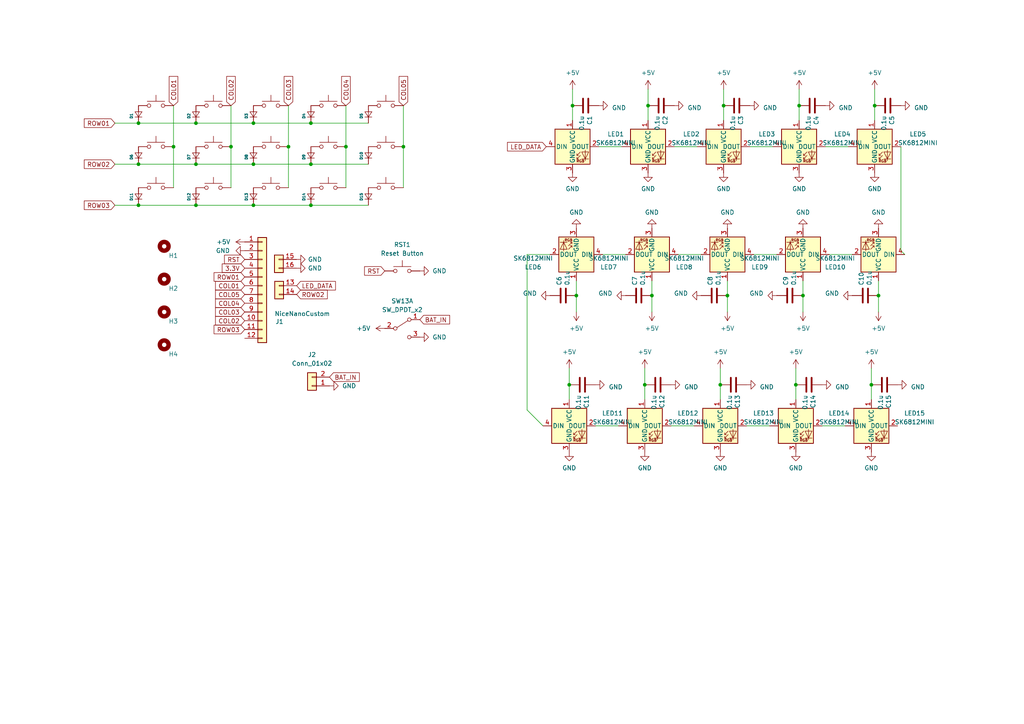
<source format=kicad_sch>
(kicad_sch (version 20230121) (generator eeschema)
  (paper "A4")
  (lib_symbols
    (symbol "Connector_Generic:Conn_01x02" (pin_names (offset 1.016) hide)
      (property "Reference" "J" (at 0 2.54 0))
      (property "Value" "Conn_01x02" (at 0 -5.08 0))
      (symbol "Conn_01x02_1_1"
        (rectangle (start -1.27 -2.413) (end 0 -2.667) (stroke (width 0.1524)))
        (rectangle (start -1.27 0.127) (end 0 -0.127) (stroke (width 0.1524)))
        (rectangle (start -1.27 1.27) (end 1.27 -3.81) (stroke (width 0.254)) (fill (type background)))
        (pin passive line (at -5.08 0 0) (length 3.81) (name "Pin_1") (number "1"))
        (pin passive line (at -5.08 -2.54 0) (length 3.81) (name "Pin_2") (number "2"))
      )
    )
    (symbol "Connector_Generic:Conn_01x12" (pin_names (offset 1.016) hide)
      (property "Reference" "J1" (at 3.81 -10.414 0))
      (property "Value" "NiceNanoCustom" (at 3.556 -8.128 0))
      (symbol "Conn_01x12_0_0"
        (text "" (at 22.5298 1.016 0) (effects (font (size 1.27 1.27))))
        (text "" (at 22.606 -6.604 0) (effects (font (size 1.27 1.27))))
      )
      (symbol "Conn_01x12_1_1"
        (rectangle (start -1.27 -15.113) (end 0 -15.367) (stroke (width 0.1524)))
        (rectangle (start -1.27 -12.573) (end 0 -12.827) (stroke (width 0.1524)))
        (rectangle (start -1.27 -10.033) (end 0 -10.287) (stroke (width 0.1524)))
        (rectangle (start -1.27 -7.493) (end 0 -7.747) (stroke (width 0.1524)))
        (rectangle (start -1.27 -4.953) (end 0 -5.207) (stroke (width 0.1524)))
        (rectangle (start -1.27 -2.413) (end 0 -2.667) (stroke (width 0.1524)))
        (rectangle (start -1.27 0.127) (end 0 -0.127) (stroke (width 0.1524)))
        (rectangle (start -1.27 2.667) (end 0 2.413) (stroke (width 0.1524)))
        (rectangle (start -1.27 5.207) (end 0 4.953) (stroke (width 0.1524)))
        (rectangle (start -1.27 7.747) (end 0 7.493) (stroke (width 0.1524)))
        (rectangle (start -1.27 10.287) (end 0 10.033) (stroke (width 0.1524)))
        (rectangle (start -1.27 12.827) (end 0 12.573) (stroke (width 0.1524)))
        (rectangle (start -1.27 13.97) (end 1.27 -16.51) (stroke (width 0.254)) (fill (type background)))
        (rectangle (start 3.556 8.89) (end 6.096 3.81) (stroke (width 0.254)) (fill (type background)))
        (rectangle (start 3.6322 1.27) (end 6.1722 -3.81) (stroke (width 0.254)) (fill (type background)))
        (rectangle (start 4.826 7.747) (end 6.096 7.493) (stroke (width 0.1524)))
        (rectangle (start 4.9022 0.127) (end 6.1722 -0.127) (stroke (width 0.1524)))
        (rectangle (start 6.096 4.953) (end 4.826 5.207) (stroke (width 0.1524)))
        (rectangle (start 6.1722 -2.667) (end 4.9022 -2.413) (stroke (width 0.1524)))
        (pin passive line (at -5.08 12.7 0) (length 3.81) (name "Pin_1") (number "1"))
        (pin passive line (at -5.08 -10.16 0) (length 3.81) (name "Pin_10") (number "10"))
        (pin passive line (at -5.08 -12.7 0) (length 3.81) (name "Pin_11") (number "11"))
        (pin passive line (at -5.08 -15.24 0) (length 3.81) (name "Pin_12") (number "12"))
        (pin passive line (at 9.9822 0 180) (length 3.81) (name "Pin_13") (number "13"))
        (pin passive line (at 9.9822 -2.54 180) (length 3.81) (name "Pin_14") (number "14"))
        (pin passive line (at 9.906 7.62 180) (length 3.81) (name "Pin_15") (number "15"))
        (pin passive line (at 9.906 5.08 180) (length 3.81) (name "Pin_16") (number "16"))
        (pin passive line (at -5.08 10.16 0) (length 3.81) (name "Pin_2") (number "2"))
        (pin passive line (at -5.08 7.62 0) (length 3.81) (name "Pin_3") (number "3"))
        (pin passive line (at -5.08 5.08 0) (length 3.81) (name "Pin_4") (number "4"))
        (pin passive line (at -5.08 2.54 0) (length 3.81) (name "Pin_5") (number "5"))
        (pin passive line (at -5.08 0 0) (length 3.81) (name "Pin_6") (number "6"))
        (pin passive line (at -5.08 -2.54 0) (length 3.81) (name "Pin_7") (number "7"))
        (pin passive line (at -5.08 -5.08 0) (length 3.81) (name "Pin_8") (number "8"))
        (pin passive line (at -5.08 -7.62 0) (length 3.81) (name "Pin_9") (number "9"))
      )
    )
    (symbol "Device:C" (pin_numbers hide) (pin_names (offset 0.254))
      (property "Reference" "C" (at 0.635 2.54 0))
      (property "Value" "C" (at 0.635 -2.54 0))
      (symbol "C_0_1"
        (polyline (pts (xy -2.032 -0.762) (xy 2.032 -0.762)) (stroke (width 0.508)))
        (polyline (pts (xy -2.032 0.762) (xy 2.032 0.762)) (stroke (width 0.508)))
      )
      (symbol "C_1_1"
        (pin passive line (at 0 3.81 270) (length 2.794) (name "~") (number "1"))
        (pin passive line (at 0 -3.81 90) (length 2.794) (name "~") (number "2"))
      )
    )
    (symbol "Mechanical:MountingHole" (pin_names (offset 1.016))
      (property "Reference" "H" (at 0 5.08 0))
      (property "Value" "MountingHole" (at 0 3.175 0))
      (symbol "MountingHole_0_1"
        (circle (center 0 0) (radius 1.27) (stroke (width 1.27)))
      )
    )
    (symbol "SK6812MINI_2" (pin_names (offset 0.254))
      (property "Reference" "D" (at 5.08 5.715 0))
      (property "Value" "SK6812MINI" (at 1.27 -5.715 0))
      (symbol "SK6812MINI_2_0_0"
        (text "RGB" (at 2.286 -4.191 0) (effects (font (size 0.762 0.762))))
      )
      (symbol "SK6812MINI_2_0_1"
        (polyline (pts (xy 1.27 -3.556) (xy 1.778 -3.556)))
        (polyline (pts (xy 1.27 -2.54) (xy 1.778 -2.54)))
        (polyline (pts (xy 4.699 -3.556) (xy 2.667 -3.556)))
        (polyline (pts (xy 2.286 -2.54) (xy 1.27 -3.556) (xy 1.27 -3.048)))
        (polyline (pts (xy 2.286 -1.524) (xy 1.27 -2.54) (xy 1.27 -2.032)))
        (polyline (pts (xy 3.683 -1.016) (xy 3.683 -3.556) (xy 3.683 -4.064)))
        (polyline (pts (xy 4.699 -1.524) (xy 2.667 -1.524) (xy 3.683 -3.556) (xy 4.699 -1.524)))
        (rectangle (start 5.08 5.08) (end -5.08 -5.08) (stroke (width 0.254)) (fill (type background)))
      )
      (symbol "SK6812MINI_2_1_1"
        (pin power_in line (at 0 7.62 270) (length 2.54) (name "VCC") (number "1"))
        (pin output line (at 7.62 0 180) (length 2.54) (name "DOUT") (number "2"))
        (pin power_out line (at 0 -7.62 90) (length 2.54) (name "GND") (number "3"))
        (pin input line (at -7.62 0 0) (length 2.54) (name "DIN") (number "4"))
      )
    )
    (symbol "Switch:SW_DPDT_x2" (pin_names (offset 0) hide)
      (property "Reference" "SW" (at 0 4.318 0))
      (property "Value" "SW_DPDT_x2" (at 0 -5.08 0))
      (symbol "SW_DPDT_x2_0_0"
        (circle (center -2.032 0) (radius 0.508))
        (circle (center 2.032 -2.54) (radius 0.508))
      )
      (symbol "SW_DPDT_x2_0_1"
        (polyline (pts (xy -1.524 0.254) (xy 1.651 2.286)))
        (circle (center 2.032 2.54) (radius 0.508))
      )
      (symbol "SW_DPDT_x2_1_1"
        (pin passive line (at 5.08 2.54 180) (length 2.54) (name "A") (number "1"))
        (pin passive line (at -5.08 0 0) (length 2.54) (name "B") (number "2"))
        (pin passive line (at 5.08 -2.54 180) (length 2.54) (name "C") (number "3"))
      )
      (symbol "SW_DPDT_x2_2_1"
        (pin passive line (at 5.08 2.54 180) (length 2.54) (name "A") (number "4"))
        (pin passive line (at -5.08 0 0) (length 2.54) (name "B") (number "5"))
        (pin passive line (at 5.08 -2.54 180) (length 2.54) (name "C") (number "6"))
      )
    )
    (symbol "Switch:SW_Push" (pin_numbers hide) (pin_names (offset 1.016) hide)
      (property "Reference" "SW" (at 1.27 2.54 0))
      (property "Value" "SW_Push" (at 0 -1.524 0))
      (symbol "SW_Push_0_1"
        (circle (center -2.032 0) (radius 0.508))
        (polyline (pts (xy 0 1.27) (xy 0 3.048)))
        (polyline (pts (xy 2.54 1.27) (xy -2.54 1.27)))
        (circle (center 2.032 0) (radius 0.508))
        (pin passive line (at -5.08 0 0) (length 2.54) (name "1") (number "1"))
        (pin passive line (at 5.08 0 180) (length 2.54) (name "2") (number "2"))
      )
    )
    (symbol "co60-rescue:D_Small" (pin_numbers hide) (pin_names (offset 0.254) hide)
      (property "Reference" "D" (at -1.27 2.032 0))
      (property "Value" "D_Small" (at -3.81 -2.032 0))
      (symbol "D_Small_0_1"
        (polyline (pts (xy -0.762 -1.016) (xy -0.762 1.016)))
        (polyline (pts (xy -0.762 0) (xy 0.762 0)))
        (polyline (pts (xy 0.762 -1.016) (xy -0.762 0) (xy 0.762 1.016) (xy 0.762 -1.016)))
      )
      (symbol "D_Small_1_1"
        (pin passive line (at -2.54 0 0) (length 1.778) (name "K") (number "1"))
        (pin passive line (at 2.54 0 180) (length 1.778) (name "A") (number "2"))
      )
    )
    (symbol "power:+5V" (power) (pin_names (offset 0))
      (property "Value" "+5V" (at 0 3.556 0))
      (symbol "+5V_0_1"
        (polyline (pts (xy -0.762 1.27) (xy 0 2.54)))
        (polyline (pts (xy 0 0) (xy 0 2.54)))
        (polyline (pts (xy 0 2.54) (xy 0.762 1.27)))
      )
      (symbol "+5V_1_1"
        (pin power_in line (at 0 0 90) (length 0) hide (name "+5V") (number "1"))
      )
    )
    (symbol "power:GND" (power) (pin_names (offset 0))
      (property "Value" "GND" (at 0 -3.81 0))
      (symbol "GND_0_1"
        (polyline (pts (xy 0 0) (xy 0 -1.27) (xy 1.27 -1.27) (xy 0 -2.54) (xy -1.27 -1.27) (xy 0 -1.27)))
      )
      (symbol "GND_1_1"
        (pin power_in line (at 0 0 270) (length 0) hide (name "GND") (number "1"))
      )
    )
  )
  (junction (at 40.1647 47.626))
  (junction (at 66.9938 42.546))
  (junction (at 253.6874 30.6395))
  (junction (at 90.172 59.5325))
  (junction (at 230.8266 111.6037))
  (junction (at 56.8338 47.626))
  (junction (at 167.1679 85.7268))
  (junction (at 187.011 111.6037))
  (junction (at 90.172 35.7195))
  (junction (at 40.1647 35.7195))
  (junction (at 166.0562 30.6395))
  (junction (at 40.1647 59.5325))
  (junction (at 165.1032 111.6037))
  (junction (at 208.9188 111.6037))
  (junction (at 90.172 47.626))
  (junction (at 252.7344 111.6037))
  (junction (at 231.7796 30.6395))
  (junction (at 56.8338 35.7195))
  (junction (at 73.5029 35.7195))
  (junction (at 232.8913 85.7268))
  (junction (at 83.6629 42.546))
  (junction (at 117.0011 42.546))
  (junction (at 187.964 30.6395))
  (junction (at 50.3247 42.546))
  (junction (at 56.8338 59.5325))
  (junction (at 209.8718 30.6395))
  (junction (at 210.9835 85.7268))
  (junction (at 254.7991 85.7268))
  (junction (at 73.5029 47.626))
  (junction (at 189.0757 85.7268))
  (junction (at 100.332 42.546))
  (junction (at 73.5029 59.5325))
  (wire (pts (xy 73.5029 47.626) (xy 90.172 47.626)))
  (wire (pts (xy 66.9938 30.6395) (xy 66.9938 42.546)))
  (wire (pts (xy 209.8718 25.8769) (xy 209.8718 30.6395)))
  (wire (pts (xy 209.8718 30.6395) (xy 209.8718 34.926)))
  (wire (pts (xy 66.9938 42.546) (xy 66.9938 54.4525)))
  (wire (pts (xy 187.011 106.8411) (xy 187.011 111.6037)))
  (wire (pts (xy 232.8913 90.4894) (xy 232.8913 85.7268)))
  (wire (pts (xy 100.332 30.6395) (xy 100.332 42.546)))
  (wire (pts (xy 189.0757 90.4894) (xy 189.0757 85.7268)))
  (wire (pts (xy 100.332 42.546) (xy 100.332 54.4525)))
  (wire (pts (xy 167.1679 90.4894) (xy 167.1679 85.7268)))
  (wire (pts (xy 225.2713 73.8203) (xy 218.6035 73.8203)))
  (wire (pts (xy 210.9835 90.4894) (xy 210.9835 85.7268)))
  (wire (pts (xy 252.7344 106.8411) (xy 252.7344 111.6037)))
  (wire (pts (xy 232.8913 85.7268) (xy 232.8913 81.4403)))
  (wire (pts (xy 56.8338 35.7195) (xy 73.5029 35.7195)))
  (wire (pts (xy 152.8801 118.9071) (xy 157.4832 123.5102)))
  (wire (pts (xy 238.4466 123.5102) (xy 245.1144 123.5102)))
  (wire (pts (xy 239.3996 42.546) (xy 246.0674 42.546)))
  (wire (pts (xy 216.5388 123.5102) (xy 223.2066 123.5102)))
  (wire (pts (xy 230.8266 106.8411) (xy 230.8266 111.6037)))
  (wire (pts (xy 173.6762 42.546) (xy 180.344 42.546)))
  (wire (pts (xy 253.6874 25.8769) (xy 253.6874 30.6395)))
  (wire (pts (xy 208.9188 111.6037) (xy 208.9188 115.8902)))
  (wire (pts (xy 73.5029 59.5325) (xy 90.172 59.5325)))
  (wire (pts (xy 187.011 111.6037) (xy 187.011 115.8902)))
  (wire (pts (xy 50.3247 42.546) (xy 50.3247 54.4525)))
  (wire (pts (xy 231.7796 30.6395) (xy 231.7796 34.926)))
  (wire (pts (xy 152.8801 73.8203) (xy 152.8801 118.9071)))
  (wire (pts (xy 252.7344 111.6037) (xy 252.7344 115.8902)))
  (wire (pts (xy 159.5479 73.8203) (xy 152.8801 73.8203)))
  (wire (pts (xy 261.3074 72.7086) (xy 262.4191 73.8203)))
  (wire (pts (xy 50.3247 30.6395) (xy 50.3247 42.546)))
  (wire (pts (xy 90.172 35.7195) (xy 106.8411 35.7195)))
  (wire (pts (xy 253.6874 30.6395) (xy 253.6874 34.926)))
  (wire (pts (xy 40.1647 35.7195) (xy 56.8338 35.7195)))
  (wire (pts (xy 165.1032 106.8411) (xy 165.1032 111.6037)))
  (wire (pts (xy 117.0011 42.546) (xy 117.0011 54.4525)))
  (wire (pts (xy 40.1647 47.626) (xy 56.8338 47.626)))
  (wire (pts (xy 166.0562 25.8769) (xy 166.0562 30.6395)))
  (wire (pts (xy 195.584 42.546) (xy 202.2518 42.546)))
  (wire (pts (xy 181.4557 73.8203) (xy 174.7879 73.8203)))
  (wire (pts (xy 189.0757 85.7268) (xy 189.0757 81.4403)))
  (wire (pts (xy 117.0011 30.6395) (xy 117.0011 42.546)))
  (wire (pts (xy 90.172 59.5325) (xy 106.8411 59.5325)))
  (wire (pts (xy 40.1647 59.5325) (xy 56.8338 59.5325)))
  (wire (pts (xy 165.1032 111.6037) (xy 165.1032 115.8902)))
  (wire (pts (xy 33.3382 47.626) (xy 40.1647 47.626)))
  (wire (pts (xy 208.9188 106.8411) (xy 208.9188 111.6037)))
  (wire (pts (xy 33.3382 35.7195) (xy 40.1647 35.7195)))
  (wire (pts (xy 230.8266 111.6037) (xy 230.8266 115.8902)))
  (wire (pts (xy 83.6629 30.6395) (xy 83.6629 42.546)))
  (wire (pts (xy 231.7796 25.8769) (xy 231.7796 30.6395)))
  (wire (pts (xy 217.4918 42.546) (xy 224.1596 42.546)))
  (wire (pts (xy 56.8338 59.5325) (xy 73.5029 59.5325)))
  (wire (pts (xy 254.7991 90.4894) (xy 254.7991 85.7268)))
  (wire (pts (xy 33.3382 59.5325) (xy 40.1647 59.5325)))
  (wire (pts (xy 56.8338 47.626) (xy 73.5029 47.626)))
  (wire (pts (xy 210.9835 85.7268) (xy 210.9835 81.4403)))
  (wire (pts (xy 90.172 47.626) (xy 106.8411 47.626)))
  (wire (pts (xy 167.1679 85.7268) (xy 167.1679 81.4403)))
  (wire (pts (xy 187.964 25.8769) (xy 187.964 30.6395)))
  (wire (pts (xy 194.631 123.5102) (xy 201.2988 123.5102)))
  (wire (pts (xy 254.7991 85.7268) (xy 254.7991 81.4403)))
  (wire (pts (xy 247.1791 73.8203) (xy 240.5113 73.8203)))
  (wire (pts (xy 203.3635 73.8203) (xy 196.6957 73.8203)))
  (wire (pts (xy 166.0562 30.6395) (xy 166.0562 34.926)))
  (wire (pts (xy 73.5029 35.7195) (xy 90.172 35.7195)))
  (wire (pts (xy 261.3074 42.546) (xy 261.3074 72.7086)))
  (wire (pts (xy 187.964 30.6395) (xy 187.964 34.926)))
  (wire (pts (xy 172.7232 123.5102) (xy 179.391 123.5102)))
  (wire (pts (xy 83.6629 42.546) (xy 83.6629 54.4525)))
  (global_label "COL01" (shape input) (at 70.982 82.8694 180) (property "Intersheetrefs" "${INTERSHEET_REFS}" (effects hide)))
  (global_label "RST" (shape input) (at 70.982 75.2494 180) (property "Intersheetrefs" "${INTERSHEET_REFS}" (effects hide)))
  (global_label "LED_DATA" (shape input) (at 158.4362 42.546 180) (property "Intersheetrefs" "${INTERSHEET_REFS}" (effects hide)))
  (global_label "COL04" (shape input) (at 100.332 30.6395 90) (property "Intersheetrefs" "${INTERSHEET_REFS}" (effects hide)))
  (global_label "ROW01" (shape input) (at 33.3382 35.7195 180) (property "Intersheetrefs" "${INTERSHEET_REFS}" (effects hide)))
  (global_label "COL05" (shape input) (at 70.982 85.4094 180) (property "Intersheetrefs" "${INTERSHEET_REFS}" (effects hide)))
  (global_label "COL02" (shape input) (at 66.9938 30.6395 90) (property "Intersheetrefs" "${INTERSHEET_REFS}" (effects hide)))
  (global_label "ROW02" (shape input) (at 86.0442 85.4094 0) (property "Intersheetrefs" "${INTERSHEET_REFS}" (effects hide)))
  (global_label "ROW01" (shape input) (at 70.982 80.3294 180) (property "Intersheetrefs" "${INTERSHEET_REFS}" (effects hide)))
  (global_label "LED_DATA" (shape input) (at 86.0442 82.8694 0) (property "Intersheetrefs" "${INTERSHEET_REFS}" (effects hide)))
  (global_label "ROW03" (shape input) (at 33.3382 59.5325 180) (property "Intersheetrefs" "${INTERSHEET_REFS}" (effects hide)))
  (global_label "COL04" (shape input) (at 70.982 87.9494 180) (property "Intersheetrefs" "${INTERSHEET_REFS}" (effects hide)))
  (global_label "ROW03" (shape input) (at 70.982 95.5694 180) (property "Intersheetrefs" "${INTERSHEET_REFS}" (effects hide)))
  (global_label "3.3V" (shape input) (at 70.982 77.7894 180) (property "Intersheetrefs" "${INTERSHEET_REFS}" (effects hide)))
  (global_label "ROW02" (shape input) (at 33.3382 47.626 180) (property "Intersheetrefs" "${INTERSHEET_REFS}" (effects hide)))
  (global_label "COL05" (shape input) (at 117.0011 30.6395 90) (property "Intersheetrefs" "${INTERSHEET_REFS}" (effects hide)))
  (global_label "RST" (shape input) (at 111.6037 78.5829 180) (property "Intersheetrefs" "${INTERSHEET_REFS}" (effects hide)))
  (global_label "COL02" (shape input) (at 70.982 93.0294 180) (property "Intersheetrefs" "${INTERSHEET_REFS}" (effects hide)))
  (global_label "COL03" (shape input) (at 83.6629 30.6395 90) (property "Intersheetrefs" "${INTERSHEET_REFS}" (effects hide)))
  (global_label "COL01" (shape input) (at 50.3247 30.6395 90) (property "Intersheetrefs" "${INTERSHEET_REFS}" (effects hide)))
  (global_label "BAT_IN" (shape input) (at 95.5694 109.3811 0) (property "Intersheetrefs" "${INTERSHEET_REFS}" (effects hide)))
  (global_label "COL03" (shape input) (at 70.982 90.4894 180) (property "Intersheetrefs" "${INTERSHEET_REFS}" (effects hide)))
  (global_label "BAT_IN" (shape input) (at 121.7637 92.712 0) (property "Intersheetrefs" "${INTERSHEET_REFS}" (effects hide)))
  (symbol (lib_id "power:+5V") (at 253.6874 25.8769 0) (unit 1)
    (property "Reference" "#PWR044" (effects hide))
    (property "Value" "+5V" (at 253.6874 21.1135 0))
  )
  (symbol (lib_name "SK6812MINI_2") (lib_id "LED:SK6812MINI") (at 187.964 42.546 0) (unit 1)
    (property "Reference" "LED2" (at 200.4989 38.8981 0))
    (property "Value" "SK6812MINI" (at 200.4989 41.4381 0))
    (property "Footprint" "Briquet:Led" (effects hide))
    (property "Datasheet" "https://cdn-shop.adafruit.com/product-files/2686/SK6812MINI_REV.01-1-2.pdf" (effects hide))
  )
  (symbol (lib_id "Device:C") (at 234.6366 111.6037 270) (unit 1)
    (property "Reference" "C14" (at 235.805 114.5247 0) (effects (justify left)))
    (property "Value" "0.1u" (at 233.4936 114.5247 0) (effects (justify left)))
    (property "Footprint" "Capacitor_SMD:C_0402_1005Metric" (effects hide))
  )
  (symbol (lib_name "SK6812MINI_2") (lib_id "LED:SK6812MINI") (at 166.0562 42.546 0) (unit 1)
    (property "Reference" "LED1" (at 178.5911 38.8981 0))
    (property "Value" "SK6812MINI" (at 178.5911 41.4381 0))
    (property "Footprint" "Briquet:Led" (effects hide))
    (property "Datasheet" "https://cdn-shop.adafruit.com/product-files/2686/SK6812MINI_REV.01-1-2.pdf" (effects hide))
  )
  (symbol (lib_id "power:+5V") (at 252.7344 106.8411 0) (unit 1)
    (property "Reference" "#PWR042" (effects hide))
    (property "Value" "+5V" (at 252.7344 102.0777 0))
  )
  (symbol (lib_id "Switch:SW_Push") (at 111.9211 54.4525 0) (unit 1)
    (property "Reference" "CHOC15" (effects hide))
    (property "Value" "CHOC" (effects hide))
    (property "Footprint" "Briquet:ChocHotSwap" (effects hide))
  )
  (symbol (lib_id "power:GND") (at 252.7344 131.1302 0) (unit 1)
    (property "Reference" "#PWR043" (effects hide))
    (property "Value" "GND" (at 252.7344 135.7325 0))
  )
  (symbol (lib_id "co60-rescue:D_Small") (at 73.5029 33.1795 90) (unit 1)
    (property "Reference" "D3" (at 71.4709 34.4495 0) (effects (font (size 0.762 0.762)) (justify left)))
    (property "Value" "D_Small" (effects hide))
    (property "Footprint" "Diode_SMD:D_SOD-123" (effects hide))
    (property "Datasheet" "http://www.mccsemi.com/up_pdf/1N4148W(SOD123).pdf" (effects hide))
    (property "Product" "1N4148W-TP" (effects hide))
    (property "Digi-Key_PN" "1N4148WTPMSCT-ND" (effects hide))
    (property "LCSC PN" "C83528" (effects hide))
  )
  (symbol (lib_id "Switch:SW_Push") (at 61.9138 30.6395 0) (unit 1)
    (property "Reference" "CHOC2" (effects hide))
    (property "Value" "CHOC" (effects hide))
    (property "Footprint" "Briquet:ChocHotSwap" (effects hide))
  )
  (symbol (lib_id "power:GND") (at 225.2713 85.7268 270) (unit 1)
    (property "Reference" "#PWR019" (effects hide))
    (property "Value" "GND" (at 221.4613 85.0918 90) (effects (justify right)))
  )
  (symbol (lib_name "SK6812MINI_2") (lib_id "LED:SK6812MINI") (at 232.8913 73.8203 180) (unit 1)
    (property "Reference" "LED9" (at 220.3564 77.4682 0))
    (property "Value" "SK6812MINI" (at 220.3564 74.9282 0))
    (property "Footprint" "Briquet:Led" (effects hide))
    (property "Datasheet" "https://cdn-shop.adafruit.com/product-files/2686/SK6812MINI_REV.01-1-2.pdf" (effects hide))
  )
  (symbol (lib_id "power:+5V") (at 166.0562 25.8769 0) (unit 1)
    (property "Reference" "#PWR08" (effects hide))
    (property "Value" "+5V" (at 166.0562 21.1135 0))
  )
  (symbol (lib_id "power:GND") (at 121.7637 97.792 90) (unit 1)
    (property "Reference" "#PWR01" (effects hide))
    (property "Value" "GND" (at 125.4122 97.792 90) (effects (justify right)))
  )
  (symbol (lib_name "SK6812MINI_2") (lib_id "LED:SK6812MINI") (at 167.1679 73.8203 180) (unit 1)
    (property "Reference" "LED6" (at 154.633 77.4682 0))
    (property "Value" "SK6812MINI" (at 154.633 74.9282 0))
    (property "Footprint" "Briquet:Led" (effects hide))
    (property "Datasheet" "https://cdn-shop.adafruit.com/product-files/2686/SK6812MINI_REV.01-1-2.pdf" (effects hide))
  )
  (symbol (lib_id "power:+5V") (at 254.7991 90.4894 180) (unit 1)
    (property "Reference" "#PWR04" (effects hide))
    (property "Value" "+5V" (at 254.7991 95.2528 0))
  )
  (symbol (lib_id "power:+5V") (at 209.8718 25.8769 0) (unit 1)
    (property "Reference" "#PWR026" (effects hide))
    (property "Value" "+5V" (at 209.8718 21.1135 0))
  )
  (symbol (lib_id "power:GND") (at 209.8718 50.166 0) (unit 1)
    (property "Reference" "#PWR027" (effects hide))
    (property "Value" "GND" (at 209.8718 54.7683 0))
  )
  (symbol (lib_id "co60-rescue:D_Small") (at 90.172 33.1795 90) (unit 1)
    (property "Reference" "D4" (at 88.14 34.4495 0) (effects (font (size 0.762 0.762)) (justify left)))
    (property "Value" "D_Small" (effects hide))
    (property "Footprint" "Diode_SMD:D_SOD-123" (effects hide))
    (property "Datasheet" "http://www.mccsemi.com/up_pdf/1N4148W(SOD123).pdf" (effects hide))
    (property "Product" "1N4148W-TP" (effects hide))
    (property "Digi-Key_PN" "1N4148WTPMSCT-ND" (effects hide))
    (property "LCSC PN" "C83528" (effects hide))
  )
  (symbol (lib_id "power:GND") (at 181.4557 85.7268 270) (unit 1)
    (property "Reference" "#PWR037" (effects hide))
    (property "Value" "GND" (at 177.6457 85.0918 90) (effects (justify right)))
  )
  (symbol (lib_id "power:GND") (at 230.8266 131.1302 0) (unit 1)
    (property "Reference" "#PWR034" (effects hide))
    (property "Value" "GND" (at 230.8266 135.7325 0))
  )
  (symbol (lib_name "SK6812MINI_2") (lib_id "LED:SK6812MINI") (at 231.7796 42.546 0) (unit 1)
    (property "Reference" "LED4" (at 244.3145 38.8981 0))
    (property "Value" "SK6812MINI" (at 244.3145 41.4381 0))
    (property "Footprint" "Briquet:Led" (effects hide))
    (property "Datasheet" "https://cdn-shop.adafruit.com/product-files/2686/SK6812MINI_REV.01-1-2.pdf" (effects hide))
  )
  (symbol (lib_id "Switch:SW_Push") (at 45.2447 42.546 0) (unit 1)
    (property "Reference" "CHOC6" (effects hide))
    (property "Value" "CHOC" (effects hide))
    (property "Footprint" "Briquet:ChocHotSwap" (effects hide))
  )
  (symbol (lib_name "SK6812MINI_2") (lib_id "LED:SK6812MINI") (at 165.1032 123.5102 0) (unit 1)
    (property "Reference" "LED11" (at 177.6381 119.8623 0))
    (property "Value" "SK6812MINI" (at 177.6381 122.4023 0))
    (property "Footprint" "Briquet:Led" (effects hide))
    (property "Datasheet" "https://cdn-shop.adafruit.com/product-files/2686/SK6812MINI_REV.01-1-2.pdf" (effects hide))
  )
  (symbol (lib_id "power:+5V") (at 232.8913 90.4894 180) (unit 1)
    (property "Reference" "#PWR013" (effects hide))
    (property "Value" "+5V" (at 232.8913 95.2528 0))
  )
  (symbol (lib_id "power:GND") (at 173.6762 30.6395 90) (unit 1)
    (property "Reference" "#PWR012" (effects hide))
    (property "Value" "GND" (at 177.4862 31.2745 90) (effects (justify right)))
  )
  (symbol (lib_id "power:+5V") (at 230.8266 106.8411 0) (unit 1)
    (property "Reference" "#PWR033" (effects hide))
    (property "Value" "+5V" (at 230.8266 102.0777 0))
  )
  (symbol (lib_name "SK6812MINI_2") (lib_id "LED:SK6812MINI") (at 253.6874 42.546 0) (unit 1)
    (property "Reference" "LED5" (at 266.2223 38.8981 0))
    (property "Value" "SK6812MINI" (at 266.2223 41.4381 0))
    (property "Footprint" "Briquet:Led" (effects hide))
    (property "Datasheet" "https://cdn-shop.adafruit.com/product-files/2686/SK6812MINI_REV.01-1-2.pdf" (effects hide))
  )
  (symbol (lib_name "SK6812MINI_2") (lib_id "LED:SK6812MINI") (at 230.8266 123.5102 0) (unit 1)
    (property "Reference" "LED14" (at 243.3615 119.8623 0))
    (property "Value" "SK6812MINI" (at 243.3615 122.4023 0))
    (property "Footprint" "Briquet:Led" (effects hide))
    (property "Datasheet" "https://cdn-shop.adafruit.com/product-files/2686/SK6812MINI_REV.01-1-2.pdf" (effects hide))
  )
  (symbol (lib_id "co60-rescue:D_Small") (at 106.8411 33.1795 90) (unit 1)
    (property "Reference" "D5" (at 104.8091 34.4495 0) (effects (font (size 0.762 0.762)) (justify left)))
    (property "Value" "D_Small" (effects hide))
    (property "Footprint" "Diode_SMD:D_SOD-123" (effects hide))
    (property "Datasheet" "http://www.mccsemi.com/up_pdf/1N4148W(SOD123).pdf" (effects hide))
    (property "Product" "1N4148W-TP" (effects hide))
    (property "Digi-Key_PN" "1N4148WTPMSCT-ND" (effects hide))
    (property "LCSC PN" "C83528" (effects hide))
  )
  (symbol (lib_id "power:GND") (at 239.3996 30.6395 90) (unit 1)
    (property "Reference" "#PWR039" (effects hide))
    (property "Value" "GND" (at 243.2096 31.2745 90) (effects (justify right)))
  )
  (symbol (lib_id "Switch:SW_Push") (at 116.6837 78.5829 0) (unit 1)
    (property "Reference" "RST1" (at 116.6837 70.9609 0))
    (property "Value" "Reset Button" (at 116.6837 73.5009 0))
    (property "Footprint" "Button_Switch_SMD:SW_Push_SPST_NO_Alps_SKRK" (effects hide))
  )
  (symbol (lib_id "Switch:SW_Push") (at 95.252 42.546 0) (unit 1)
    (property "Reference" "CHOC9" (effects hide))
    (property "Value" "CHOC" (effects hide))
    (property "Footprint" "Briquet:ChocHotSwap" (effects hide))
  )
  (symbol (lib_id "power:+5V") (at 70.982 70.1694 90) (unit 1)
    (property "Reference" "#PWR049" (effects hide))
    (property "Value" "+5V" (at 66.853 70.1694 90) (effects (justify left)))
  )
  (symbol (lib_id "power:GND") (at 261.3074 30.6395 90) (unit 1)
    (property "Reference" "#PWR048" (effects hide))
    (property "Value" "GND" (at 265.1174 31.2745 90) (effects (justify right)))
  )
  (symbol (lib_id "Connector_Generic:Conn_01x02") (at 90.4894 111.9211 180) (unit 1)
    (property "Reference" "J2" (at 90.4894 102.87 0))
    (property "Value" "Conn_01x02" (at 90.4894 105.41 0))
    (property "Footprint" "Briquet:BatConnection" (effects hide))
  )
  (symbol (lib_id "Switch:SW_Push") (at 45.2447 54.4525 0) (unit 1)
    (property "Reference" "CHOC11" (effects hide))
    (property "Value" "CHOC" (effects hide))
    (property "Footprint" "Briquet:ChocHotSwap" (effects hide))
  )
  (symbol (lib_id "Switch:SW_Push") (at 78.5829 42.546 0) (unit 1)
    (property "Reference" "CHOC8" (effects hide))
    (property "Value" "CHOC" (effects hide))
    (property "Footprint" "Briquet:ChocHotSwap" (effects hide))
  )
  (symbol (lib_name "SK6812MINI_2") (lib_id "LED:SK6812MINI") (at 189.0757 73.8203 180) (unit 1)
    (property "Reference" "LED7" (at 176.5408 77.4682 0))
    (property "Value" "SK6812MINI" (at 176.5408 74.9282 0))
    (property "Footprint" "Briquet:Led" (effects hide))
    (property "Datasheet" "https://cdn-shop.adafruit.com/product-files/2686/SK6812MINI_REV.01-1-2.pdf" (effects hide))
  )
  (symbol (lib_id "Device:C") (at 256.5444 111.6037 270) (unit 1)
    (property "Reference" "C15" (at 257.7128 114.5247 0) (effects (justify left)))
    (property "Value" "0.1u" (at 255.4014 114.5247 0) (effects (justify left)))
    (property "Footprint" "Capacitor_SMD:C_0402_1005Metric" (effects hide))
  )
  (symbol (lib_id "Connector_Generic:Conn_01x12") (at 76.062 82.8694 0) (unit 1)
    (property "Reference" "J1" (at 79.872 93.2834 0) (effects (justify left)))
    (property "Value" "NiceNanoCustom" (at 79.618 90.9974 0) (effects (justify left)))
    (property "Footprint" "Briquet:NiceNanoCustom" (effects hide))
  )
  (symbol (lib_id "power:GND") (at 238.4466 111.6037 90) (unit 1)
    (property "Reference" "#PWR038" (effects hide))
    (property "Value" "GND" (at 242.2566 112.2387 90) (effects (justify right)))
  )
  (symbol (lib_id "Device:C") (at 250.9891 85.7268 90) (unit 1)
    (property "Reference" "C10" (at 249.8207 82.8058 0) (effects (justify left)))
    (property "Value" "0.1u" (at 252.1321 82.8058 0) (effects (justify left)))
    (property "Footprint" "Capacitor_SMD:C_0402_1005Metric" (effects hide))
  )
  (symbol (lib_id "Device:C") (at 229.0813 85.7268 90) (unit 1)
    (property "Reference" "C9" (at 227.9129 82.8058 0) (effects (justify left)))
    (property "Value" "0.1u" (at 230.2243 82.8058 0) (effects (justify left)))
    (property "Footprint" "Capacitor_SMD:C_0402_1005Metric" (effects hide))
  )
  (symbol (lib_id "power:+5V") (at 189.0757 90.4894 180) (unit 1)
    (property "Reference" "#PWR031" (effects hide))
    (property "Value" "+5V" (at 189.0757 95.2528 0))
  )
  (symbol (lib_id "power:GND") (at 167.1679 66.2003 180) (unit 1)
    (property "Reference" "#PWR041" (effects hide))
    (property "Value" "GND" (at 167.1679 61.598 0))
  )
  (symbol (lib_id "power:GND") (at 189.0757 66.2003 180) (unit 1)
    (property "Reference" "#PWR032" (effects hide))
    (property "Value" "GND" (at 189.0757 61.598 0))
  )
  (symbol (lib_id "co60-rescue:D_Small") (at 73.5029 56.9925 90) (unit 1)
    (property "Reference" "D13" (at 71.4709 58.2625 0) (effects (font (size 0.762 0.762)) (justify left)))
    (property "Value" "D_Small" (effects hide))
    (property "Footprint" "Diode_SMD:D_SOD-123" (effects hide))
    (property "Datasheet" "http://www.mccsemi.com/up_pdf/1N4148W(SOD123).pdf" (effects hide))
    (property "Product" "1N4148W-TP" (effects hide))
    (property "Digi-Key_PN" "1N4148WTPMSCT-ND" (effects hide))
    (property "LCSC PN" "C83528" (effects hide))
  )
  (symbol (lib_id "power:GND") (at 210.9835 66.2003 180) (unit 1)
    (property "Reference" "#PWR023" (effects hide))
    (property "Value" "GND" (at 210.9835 61.598 0))
  )
  (symbol (lib_name "SK6812MINI_2") (lib_id "LED:SK6812MINI") (at 210.9835 73.8203 180) (unit 1)
    (property "Reference" "LED8" (at 198.4486 77.4682 0))
    (property "Value" "SK6812MINI" (at 198.4486 74.9282 0))
    (property "Footprint" "Briquet:Led" (effects hide))
    (property "Datasheet" "https://cdn-shop.adafruit.com/product-files/2686/SK6812MINI_REV.01-1-2.pdf" (effects hide))
  )
  (symbol (lib_id "Switch:SW_Push") (at 95.252 54.4525 0) (unit 1)
    (property "Reference" "CHOC14" (effects hide))
    (property "Value" "CHOC" (effects hide))
    (property "Footprint" "Briquet:ChocHotSwap" (effects hide))
  )
  (symbol (lib_id "power:GND") (at 172.7232 111.6037 90) (unit 1)
    (property "Reference" "#PWR011" (effects hide))
    (property "Value" "GND" (at 176.5332 112.2387 90) (effects (justify right)))
  )
  (symbol (lib_id "Switch:SW_Push") (at 61.9138 42.546 0) (unit 1)
    (property "Reference" "CHOC7" (effects hide))
    (property "Value" "CHOC" (effects hide))
    (property "Footprint" "Briquet:ChocHotSwap" (effects hide))
  )
  (symbol (lib_id "Mechanical:MountingHole") (at 47.626 80.9642 270) (unit 1)
    (property "Reference" "H2" (at 48.896 83.6601 90) (effects (justify left)))
    (property "Value" "MountingHole" (effects hide))
    (property "Footprint" "Briquet:Mount" (effects hide))
  )
  (symbol (lib_id "co60-rescue:D_Small") (at 106.8411 56.9925 90) (unit 1)
    (property "Reference" "D15" (at 104.8091 58.2625 0) (effects (font (size 0.762 0.762)) (justify left)))
    (property "Value" "D_Small" (effects hide))
    (property "Footprint" "Diode_SMD:D_SOD-123" (effects hide))
    (property "Datasheet" "http://www.mccsemi.com/up_pdf/1N4148W(SOD123).pdf" (effects hide))
    (property "Product" "1N4148W-TP" (effects hide))
    (property "Digi-Key_PN" "1N4148WTPMSCT-ND" (effects hide))
    (property "LCSC PN" "C83528" (effects hide))
  )
  (symbol (lib_id "co60-rescue:D_Small") (at 90.172 45.086 90) (unit 1)
    (property "Reference" "D9" (at 88.14 46.356 0) (effects (font (size 0.762 0.762)) (justify left)))
    (property "Value" "D_Small" (effects hide))
    (property "Footprint" "Diode_SMD:D_SOD-123" (effects hide))
    (property "Datasheet" "http://www.mccsemi.com/up_pdf/1N4148W(SOD123).pdf" (effects hide))
    (property "Product" "1N4148W-TP" (effects hide))
    (property "Digi-Key_PN" "1N4148WTPMSCT-ND" (effects hide))
    (property "LCSC PN" "C83528" (effects hide))
  )
  (symbol (lib_id "co60-rescue:D_Small") (at 106.8411 45.086 90) (unit 1)
    (property "Reference" "D10" (at 104.8091 46.356 0) (effects (font (size 0.762 0.762)) (justify left)))
    (property "Value" "D_Small" (effects hide))
    (property "Footprint" "Diode_SMD:D_SOD-123" (effects hide))
    (property "Datasheet" "http://www.mccsemi.com/up_pdf/1N4148W(SOD123).pdf" (effects hide))
    (property "Product" "1N4148W-TP" (effects hide))
    (property "Digi-Key_PN" "1N4148WTPMSCT-ND" (effects hide))
    (property "LCSC PN" "C83528" (effects hide))
  )
  (symbol (lib_name "SK6812MINI_2") (lib_id "LED:SK6812MINI") (at 252.7344 123.5102 0) (unit 1)
    (property "Reference" "LED15" (at 265.2693 119.8623 0))
    (property "Value" "SK6812MINI" (at 265.2693 122.4023 0))
    (property "Footprint" "Briquet:Led" (effects hide))
    (property "Datasheet" "https://cdn-shop.adafruit.com/product-files/2686/SK6812MINI_REV.01-1-2.pdf" (effects hide))
  )
  (symbol (lib_id "power:+5V") (at 231.7796 25.8769 0) (unit 1)
    (property "Reference" "#PWR035" (effects hide))
    (property "Value" "+5V" (at 231.7796 21.1135 0))
  )
  (symbol (lib_id "Device:C") (at 185.2657 85.7268 90) (unit 1)
    (property "Reference" "C7" (at 184.0973 82.8058 0) (effects (justify left)))
    (property "Value" "0.1u" (at 186.4087 82.8058 0) (effects (justify left)))
    (property "Footprint" "Capacitor_SMD:C_0402_1005Metric" (effects hide))
  )
  (symbol (lib_id "power:+5V") (at 208.9188 106.8411 0) (unit 1)
    (property "Reference" "#PWR024" (effects hide))
    (property "Value" "+5V" (at 208.9188 102.0777 0))
  )
  (symbol (lib_name "SK6812MINI_2") (lib_id "LED:SK6812MINI") (at 209.8718 42.546 0) (unit 1)
    (property "Reference" "LED3" (at 222.4067 38.8981 0))
    (property "Value" "SK6812MINI" (at 222.4067 41.4381 0))
    (property "Footprint" "Briquet:Led" (effects hide))
    (property "Datasheet" "https://cdn-shop.adafruit.com/product-files/2686/SK6812MINI_REV.01-1-2.pdf" (effects hide))
  )
  (symbol (lib_id "power:GND") (at 166.0562 50.166 0) (unit 1)
    (property "Reference" "#PWR09" (effects hide))
    (property "Value" "GND" (at 166.0562 54.7683 0))
  )
  (symbol (lib_id "Device:C") (at 190.821 111.6037 270) (unit 1)
    (property "Reference" "C12" (at 191.9894 114.5247 0) (effects (justify left)))
    (property "Value" "0.1u" (at 189.678 114.5247 0) (effects (justify left)))
    (property "Footprint" "Capacitor_SMD:C_0402_1005Metric" (effects hide))
  )
  (symbol (lib_id "Switch:SW_Push") (at 111.9211 30.6395 0) (unit 1)
    (property "Reference" "CHOC5" (effects hide))
    (property "Value" "CHOC" (effects hide))
    (property "Footprint" "Briquet:ChocHotSwap" (effects hide))
  )
  (symbol (lib_id "power:+5V") (at 165.1032 106.8411 0) (unit 1)
    (property "Reference" "#PWR06" (effects hide))
    (property "Value" "+5V" (at 165.1032 102.0777 0))
  )
  (symbol (lib_id "power:GND") (at 70.982 72.7094 270) (unit 1)
    (property "Reference" "#PWR02" (effects hide))
    (property "Value" "GND" (at 66.6943 72.7094 90) (effects (justify right)))
  )
  (symbol (lib_id "power:GND") (at 203.3635 85.7268 270) (unit 1)
    (property "Reference" "#PWR028" (effects hide))
    (property "Value" "GND" (at 199.5535 85.0918 90) (effects (justify right)))
  )
  (symbol (lib_id "power:GND") (at 232.8913 66.2003 180) (unit 1)
    (property "Reference" "#PWR014" (effects hide))
    (property "Value" "GND" (at 232.8913 61.598 0))
  )
  (symbol (lib_id "power:GND") (at 85.968 75.2494 90) (unit 1)
    (property "Reference" "#PWR051" (effects hide))
    (property "Value" "GND" (at 89.2999 75.2494 90) (effects (justify right)))
  )
  (symbol (lib_id "power:GND") (at 121.7637 78.5829 90) (unit 1)
    (property "Reference" "#PWR050" (effects hide))
    (property "Value" "GND" (at 125.4122 78.5829 90) (effects (justify right)))
  )
  (symbol (lib_name "SK6812MINI_2") (lib_id "LED:SK6812MINI") (at 254.7991 73.8203 180) (unit 1)
    (property "Reference" "LED10" (at 242.2642 77.4682 0))
    (property "Value" "SK6812MINI" (at 242.2642 74.9282 0))
    (property "Footprint" "Briquet:Led" (effects hide))
    (property "Datasheet" "https://cdn-shop.adafruit.com/product-files/2686/SK6812MINI_REV.01-1-2.pdf" (effects hide))
  )
  (symbol (lib_name "SK6812MINI_2") (lib_id "LED:SK6812MINI") (at 208.9188 123.5102 0) (unit 1)
    (property "Reference" "LED13" (at 221.4537 119.8623 0))
    (property "Value" "SK6812MINI" (at 221.4537 122.4023 0))
    (property "Footprint" "Briquet:Led" (effects hide))
    (property "Datasheet" "https://cdn-shop.adafruit.com/product-files/2686/SK6812MINI_REV.01-1-2.pdf" (effects hide))
  )
  (symbol (lib_id "Device:C") (at 169.8662 30.6395 270) (unit 1)
    (property "Reference" "C1" (at 171.0346 33.5605 0) (effects (justify left)))
    (property "Value" "0.1u" (at 168.7232 33.5605 0) (effects (justify left)))
    (property "Footprint" "Capacitor_SMD:C_0402_1005Metric" (effects hide))
  )
  (symbol (lib_id "co60-rescue:D_Small") (at 90.172 56.9925 90) (unit 1)
    (property "Reference" "D14" (at 88.14 58.2625 0) (effects (font (size 0.762 0.762)) (justify left)))
    (property "Value" "D_Small" (effects hide))
    (property "Footprint" "Diode_SMD:D_SOD-123" (effects hide))
    (property "Datasheet" "http://www.mccsemi.com/up_pdf/1N4148W(SOD123).pdf" (effects hide))
    (property "Product" "1N4148W-TP" (effects hide))
    (property "Digi-Key_PN" "1N4148WTPMSCT-ND" (effects hide))
    (property "LCSC PN" "C83528" (effects hide))
  )
  (symbol (lib_id "Switch:SW_Push") (at 45.2447 30.6395 0) (unit 1)
    (property "Reference" "CHOC1" (effects hide))
    (property "Value" "CHOC" (effects hide))
    (property "Footprint" "Briquet:ChocHotSwap" (effects hide))
  )
  (symbol (lib_id "power:GND") (at 85.968 77.7894 90) (unit 1)
    (property "Reference" "#PWR053" (effects hide))
    (property "Value" "GND" (at 89.2999 77.7894 90) (effects (justify right)))
  )
  (symbol (lib_id "power:GND") (at 165.1032 131.1302 0) (unit 1)
    (property "Reference" "#PWR07" (effects hide))
    (property "Value" "GND" (at 165.1032 135.7325 0))
  )
  (symbol (lib_id "power:GND") (at 254.7991 66.2003 180) (unit 1)
    (property "Reference" "#PWR05" (effects hide))
    (property "Value" "GND" (at 254.7991 61.598 0))
  )
  (symbol (lib_id "Device:C") (at 207.1735 85.7268 90) (unit 1)
    (property "Reference" "C8" (at 206.0051 82.8058 0) (effects (justify left)))
    (property "Value" "0.1u" (at 208.3165 82.8058 0) (effects (justify left)))
    (property "Footprint" "Capacitor_SMD:C_0402_1005Metric" (effects hide))
  )
  (symbol (lib_id "Mechanical:MountingHole") (at 47.626 100.0146 270) (unit 1)
    (property "Reference" "H4" (at 48.896 102.7105 90) (effects (justify left)))
    (property "Value" "MountingHole" (effects hide))
    (property "Footprint" "Briquet:Mount" (effects hide))
  )
  (symbol (lib_id "power:GND") (at 247.1791 85.7268 270) (unit 1)
    (property "Reference" "#PWR010" (effects hide))
    (property "Value" "GND" (at 243.3691 85.0918 90) (effects (justify right)))
  )
  (symbol (lib_id "co60-rescue:D_Small") (at 73.5029 45.086 90) (unit 1)
    (property "Reference" "D8" (at 71.4709 46.356 0) (effects (font (size 0.762 0.762)) (justify left)))
    (property "Value" "D_Small" (effects hide))
    (property "Footprint" "Diode_SMD:D_SOD-123" (effects hide))
    (property "Datasheet" "http://www.mccsemi.com/up_pdf/1N4148W(SOD123).pdf" (effects hide))
    (property "Product" "1N4148W-TP" (effects hide))
    (property "Digi-Key_PN" "1N4148WTPMSCT-ND" (effects hide))
    (property "LCSC PN" "C83528" (effects hide))
  )
  (symbol (lib_id "Switch:SW_Push") (at 95.252 30.6395 0) (unit 1)
    (property "Reference" "CHOC4" (effects hide))
    (property "Value" "CHOC" (effects hide))
    (property "Footprint" "Briquet:ChocHotSwap" (effects hide))
  )
  (symbol (lib_id "Device:C") (at 168.9132 111.6037 270) (unit 1)
    (property "Reference" "C11" (at 170.0816 114.5247 0) (effects (justify left)))
    (property "Value" "0.1u" (at 167.7702 114.5247 0) (effects (justify left)))
    (property "Footprint" "Capacitor_SMD:C_0402_1005Metric" (effects hide))
  )
  (symbol (lib_id "power:GND") (at 216.5388 111.6037 90) (unit 1)
    (property "Reference" "#PWR029" (effects hide))
    (property "Value" "GND" (at 220.3488 112.2387 90) (effects (justify right)))
  )
  (symbol (lib_id "Mechanical:MountingHole") (at 47.626 71.439 270) (unit 1)
    (property "Reference" "H1" (at 48.896 74.1349 90) (effects (justify left)))
    (property "Value" "MountingHole" (effects hide))
    (property "Footprint" "Briquet:Mount" (effects hide))
  )
  (symbol (lib_id "co60-rescue:D_Small") (at 56.8338 45.086 90) (unit 1)
    (property "Reference" "D7" (at 54.8018 46.356 0) (effects (font (size 0.762 0.762)) (justify left)))
    (property "Value" "D_Small" (effects hide))
    (property "Footprint" "Diode_SMD:D_SOD-123" (effects hide))
    (property "Datasheet" "http://www.mccsemi.com/up_pdf/1N4148W(SOD123).pdf" (effects hide))
    (property "Product" "1N4148W-TP" (effects hide))
    (property "Digi-Key_PN" "1N4148WTPMSCT-ND" (effects hide))
    (property "LCSC PN" "C83528" (effects hide))
  )
  (symbol (lib_id "co60-rescue:D_Small") (at 56.8338 56.9925 90) (unit 1)
    (property "Reference" "D12" (at 54.8018 58.2625 0) (effects (font (size 0.762 0.762)) (justify left)))
    (property "Value" "D_Small" (effects hide))
    (property "Footprint" "Diode_SMD:D_SOD-123" (effects hide))
    (property "Datasheet" "http://www.mccsemi.com/up_pdf/1N4148W(SOD123).pdf" (effects hide))
    (property "Product" "1N4148W-TP" (effects hide))
    (property "Digi-Key_PN" "1N4148WTPMSCT-ND" (effects hide))
    (property "LCSC PN" "C83528" (effects hide))
  )
  (symbol (lib_id "Switch:SW_Push") (at 78.5829 30.6395 0) (unit 1)
    (property "Reference" "CHOC3" (effects hide))
    (property "Value" "CHOC" (effects hide))
    (property "Footprint" "Briquet:ChocHotSwap" (effects hide))
  )
  (symbol (lib_id "power:GND") (at 187.011 131.1302 0) (unit 1)
    (property "Reference" "#PWR016" (effects hide))
    (property "Value" "GND" (at 187.011 135.7325 0))
  )
  (symbol (lib_id "power:+5V") (at 167.1679 90.4894 180) (unit 1)
    (property "Reference" "#PWR040" (effects hide))
    (property "Value" "+5V" (at 167.1679 95.2528 0))
  )
  (symbol (lib_id "co60-rescue:D_Small") (at 40.1647 56.9925 90) (unit 1)
    (property "Reference" "D11" (at 38.1327 58.2625 0) (effects (font (size 0.762 0.762)) (justify left)))
    (property "Value" "D_Small" (effects hide))
    (property "Footprint" "Diode_SMD:D_SOD-123" (effects hide))
    (property "Datasheet" "http://www.mccsemi.com/up_pdf/1N4148W(SOD123).pdf" (effects hide))
    (property "Product" "1N4148W-TP" (effects hide))
    (property "Digi-Key_PN" "1N4148WTPMSCT-ND" (effects hide))
    (property "LCSC PN" "C83528" (effects hide))
  )
  (symbol (lib_id "power:+5V") (at 111.6037 95.252 90) (unit 1)
    (property "Reference" "#PWR052" (effects hide))
    (property "Value" "+5V" (at 107.4747 95.252 90) (effects (justify left)))
  )
  (symbol (lib_id "power:GND") (at 194.631 111.6037 90) (unit 1)
    (property "Reference" "#PWR020" (effects hide))
    (property "Value" "GND" (at 198.441 112.2387 90) (effects (justify right)))
  )
  (symbol (lib_id "power:+5V") (at 187.964 25.8769 0) (unit 1)
    (property "Reference" "#PWR017" (effects hide))
    (property "Value" "+5V" (at 187.964 21.1135 0))
  )
  (symbol (lib_id "power:+5V") (at 210.9835 90.4894 180) (unit 1)
    (property "Reference" "#PWR022" (effects hide))
    (property "Value" "+5V" (at 210.9835 95.2528 0))
  )
  (symbol (lib_id "power:GND") (at 208.9188 131.1302 0) (unit 1)
    (property "Reference" "#PWR025" (effects hide))
    (property "Value" "GND" (at 208.9188 135.7325 0))
  )
  (symbol (lib_id "Device:C") (at 213.6818 30.6395 270) (unit 1)
    (property "Reference" "C3" (at 214.8502 33.5605 0) (effects (justify left)))
    (property "Value" "0.1u" (at 212.5388 33.5605 0) (effects (justify left)))
    (property "Footprint" "Capacitor_SMD:C_0402_1005Metric" (effects hide))
  )
  (symbol (lib_id "Device:C") (at 257.4974 30.6395 270) (unit 1)
    (property "Reference" "C5" (at 258.6658 33.5605 0) (effects (justify left)))
    (property "Value" "0.1u" (at 256.3544 33.5605 0) (effects (justify left)))
    (property "Footprint" "Capacitor_SMD:C_0402_1005Metric" (effects hide))
  )
  (symbol (lib_id "Device:C") (at 163.3579 85.7268 90) (unit 1)
    (property "Reference" "C6" (at 162.1895 82.8058 0) (effects (justify left)))
    (property "Value" "0.1u" (at 164.5009 82.8058 0) (effects (justify left)))
    (property "Footprint" "Capacitor_SMD:C_0402_1005Metric" (effects hide))
  )
  (symbol (lib_id "power:GND") (at 195.584 30.6395 90) (unit 1)
    (property "Reference" "#PWR021" (effects hide))
    (property "Value" "GND" (at 199.394 31.2745 90) (effects (justify right)))
  )
  (symbol (lib_id "co60-rescue:D_Small") (at 56.8338 33.1795 90) (unit 1)
    (property "Reference" "D2" (at 54.8018 34.4495 0) (effects (font (size 0.762 0.762)) (justify left)))
    (property "Value" "D_Small" (effects hide))
    (property "Footprint" "Diode_SMD:D_SOD-123" (effects hide))
    (property "Datasheet" "http://www.mccsemi.com/up_pdf/1N4148W(SOD123).pdf" (effects hide))
    (property "Product" "1N4148W-TP" (effects hide))
    (property "Digi-Key_PN" "1N4148WTPMSCT-ND" (effects hide))
    (property "LCSC PN" "C83528" (effects hide))
  )
  (symbol (lib_id "power:GND") (at 231.7796 50.166 0) (unit 1)
    (property "Reference" "#PWR036" (effects hide))
    (property "Value" "GND" (at 231.7796 54.7683 0))
  )
  (symbol (lib_id "power:GND") (at 159.5479 85.7268 270) (unit 1)
    (property "Reference" "#PWR046" (effects hide))
    (property "Value" "GND" (at 155.7379 85.0918 90) (effects (justify right)))
  )
  (symbol (lib_id "Device:C") (at 191.774 30.6395 270) (unit 1)
    (property "Reference" "C2" (at 192.9424 33.5605 0) (effects (justify left)))
    (property "Value" "0.1u" (at 190.631 33.5605 0) (effects (justify left)))
    (property "Footprint" "Capacitor_SMD:C_0402_1005Metric" (effects hide))
  )
  (symbol (lib_id "power:+5V") (at 187.011 106.8411 0) (unit 1)
    (property "Reference" "#PWR015" (effects hide))
    (property "Value" "+5V" (at 187.011 102.0777 0))
  )
  (symbol (lib_id "Switch:SW_DPDT_x2") (at 116.6837 95.252 0) (unit 1)
    (property "Reference" "SW13" (at 116.6837 87.3126 0))
    (property "Value" "SW_DPDT_x2" (at 116.6837 89.8526 0))
    (property "Footprint" "Briquet:PCM12_dip_switch" (effects hide))
  )
  (symbol (lib_id "Switch:SW_Push") (at 78.5829 54.4525 0) (unit 1)
    (property "Reference" "CHOC13" (effects hide))
    (property "Value" "CHOC" (effects hide))
    (property "Footprint" "Briquet:ChocHotSwap" (effects hide))
  )
  (symbol (lib_id "Switch:SW_Push") (at 111.9211 42.546 0) (unit 1)
    (property "Reference" "CHOC10" (effects hide))
    (property "Value" "CHOC" (effects hide))
    (property "Footprint" "Briquet:ChocHotSwap" (effects hide))
  )
  (symbol (lib_id "power:GND") (at 187.964 50.166 0) (unit 1)
    (property "Reference" "#PWR018" (effects hide))
    (property "Value" "GND" (at 187.964 54.7683 0))
  )
  (symbol (lib_id "power:GND") (at 260.3544 111.6037 90) (unit 1)
    (property "Reference" "#PWR047" (effects hide))
    (property "Value" "GND" (at 264.1644 112.2387 90) (effects (justify right)))
  )
  (symbol (lib_id "Device:C") (at 235.5896 30.6395 270) (unit 1)
    (property "Reference" "C4" (at 236.758 33.5605 0) (effects (justify left)))
    (property "Value" "0.1u" (at 234.4466 33.5605 0) (effects (justify left)))
    (property "Footprint" "Capacitor_SMD:C_0402_1005Metric" (effects hide))
  )
  (symbol (lib_name "SK6812MINI_2") (lib_id "LED:SK6812MINI") (at 187.011 123.5102 0) (unit 1)
    (property "Reference" "LED12" (at 199.5459 119.8623 0))
    (property "Value" "SK6812MINI" (at 199.5459 122.4023 0))
    (property "Footprint" "Briquet:Led" (effects hide))
    (property "Datasheet" "https://cdn-shop.adafruit.com/product-files/2686/SK6812MINI_REV.01-1-2.pdf" (effects hide))
  )
  (symbol (lib_id "co60-rescue:D_Small") (at 40.1647 33.1795 90) (unit 1)
    (property "Reference" "D1" (at 38.1327 34.4495 0) (effects (font (size 0.762 0.762)) (justify left)))
    (property "Value" "D_Small" (effects hide))
    (property "Footprint" "Diode_SMD:D_SOD-123" (effects hide))
    (property "Datasheet" "http://www.mccsemi.com/up_pdf/1N4148W(SOD123).pdf" (effects hide))
    (property "Product" "1N4148W-TP" (effects hide))
    (property "Digi-Key_PN" "1N4148WTPMSCT-ND" (effects hide))
    (property "LCSC PN" "C83528" (effects hide))
  )
  (symbol (lib_id "Mechanical:MountingHole") (at 47.626 90.4894 270) (unit 1)
    (property "Reference" "H3" (at 48.896 93.1853 90) (effects (justify left)))
    (property "Value" "MountingHole" (effects hide))
    (property "Footprint" "Briquet:Mount" (effects hide))
  )
  (symbol (lib_id "power:GND") (at 217.4918 30.6395 90) (unit 1)
    (property "Reference" "#PWR030" (effects hide))
    (property "Value" "GND" (at 221.3018 31.2745 90) (effects (justify right)))
  )
  (symbol (lib_id "Switch:SW_Push") (at 61.9138 54.4525 0) (unit 1)
    (property "Reference" "CHOC12" (effects hide))
    (property "Value" "CHOC" (effects hide))
    (property "Footprint" "Briquet:ChocHotSwap" (effects hide))
  )
  (symbol (lib_id "power:GND") (at 253.6874 50.166 0) (unit 1)
    (property "Reference" "#PWR045" (effects hide))
    (property "Value" "GND" (at 253.6874 54.7683 0))
  )
  (symbol (lib_id "power:GND") (at 95.5694 111.9211 90) (unit 1)
    (property "Reference" "#PWR03" (effects hide))
    (property "Value" "GND" (at 99.2179 111.9211 90) (effects (justify right)))
  )
  (symbol (lib_id "Device:C") (at 212.7288 111.6037 270) (unit 1)
    (property "Reference" "C13" (at 213.8972 114.5247 0) (effects (justify left)))
    (property "Value" "0.1u" (at 211.5858 114.5247 0) (effects (justify left)))
    (property "Footprint" "Capacitor_SMD:C_0402_1005Metric" (effects hide))
  )
  (symbol (lib_id "co60-rescue:D_Small") (at 40.1647 45.086 90) (unit 1)
    (property "Reference" "D6" (at 38.1327 46.356 0) (effects (font (size 0.762 0.762)) (justify left)))
    (property "Value" "D_Small" (effects hide))
    (property "Footprint" "Diode_SMD:D_SOD-123" (effects hide))
    (property "Datasheet" "http://www.mccsemi.com/up_pdf/1N4148W(SOD123).pdf" (effects hide))
    (property "Product" "1N4148W-TP" (effects hide))
    (property "Digi-Key_PN" "1N4148WTPMSCT-ND" (effects hide))
    (property "LCSC PN" "C83528" (effects hide))
  )
)
</source>
